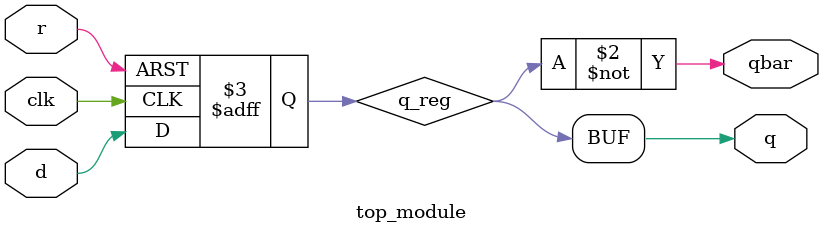
<source format=sv>
module top_module (
    input clk,
    input d,
    input r,
    output logic q,
    output logic qbar
);

logic q_reg; // flip flop output
logic qbar_reg; // inverted flip flop output

always_ff @(posedge clk or posedge r)
begin
    if (r)
        q_reg <= 1'b0;
    else
        q_reg <= d;
end

assign q = q_reg;

assign qbar = ~q;

endmodule

</source>
